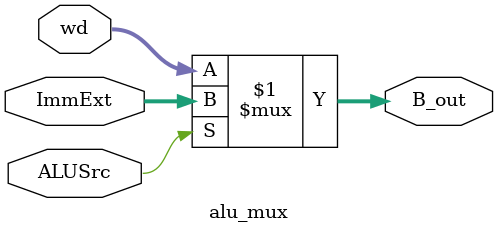
<source format=v>
module alu_mux(
    input  wire [31:0] wd,    
    input  wire [31:0] ImmExt,   
    input  wire        ALUSrc,   
    output wire [31:0] B_out     
  );
    assign B_out = ALUSrc ? ImmExt : wd;
endmodule



</source>
